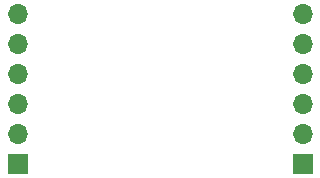
<source format=gbs>
%TF.GenerationSoftware,KiCad,Pcbnew,8.0.2-8.0.2-0~ubuntu22.04.1*%
%TF.CreationDate,2024-05-29T19:46:19+02:00*%
%TF.ProjectId,nrf51_devboard,6e726635-315f-4646-9576-626f6172642e,0.1*%
%TF.SameCoordinates,Original*%
%TF.FileFunction,Soldermask,Bot*%
%TF.FilePolarity,Negative*%
%FSLAX46Y46*%
G04 Gerber Fmt 4.6, Leading zero omitted, Abs format (unit mm)*
G04 Created by KiCad (PCBNEW 8.0.2-8.0.2-0~ubuntu22.04.1) date 2024-05-29 19:46:19*
%MOMM*%
%LPD*%
G01*
G04 APERTURE LIST*
%ADD10R,1.700000X1.700000*%
%ADD11O,1.700000X1.700000*%
G04 APERTURE END LIST*
D10*
%TO.C,J1*%
X93980000Y-63500000D03*
D11*
X93980000Y-60960000D03*
X93980000Y-58420000D03*
X93980000Y-55880000D03*
X93980000Y-53340000D03*
X93980000Y-50800000D03*
%TD*%
D10*
%TO.C,J2*%
X118110000Y-63500000D03*
D11*
X118110000Y-60960000D03*
X118110000Y-58420000D03*
X118110000Y-55880000D03*
X118110000Y-53340000D03*
X118110000Y-50800000D03*
%TD*%
M02*

</source>
